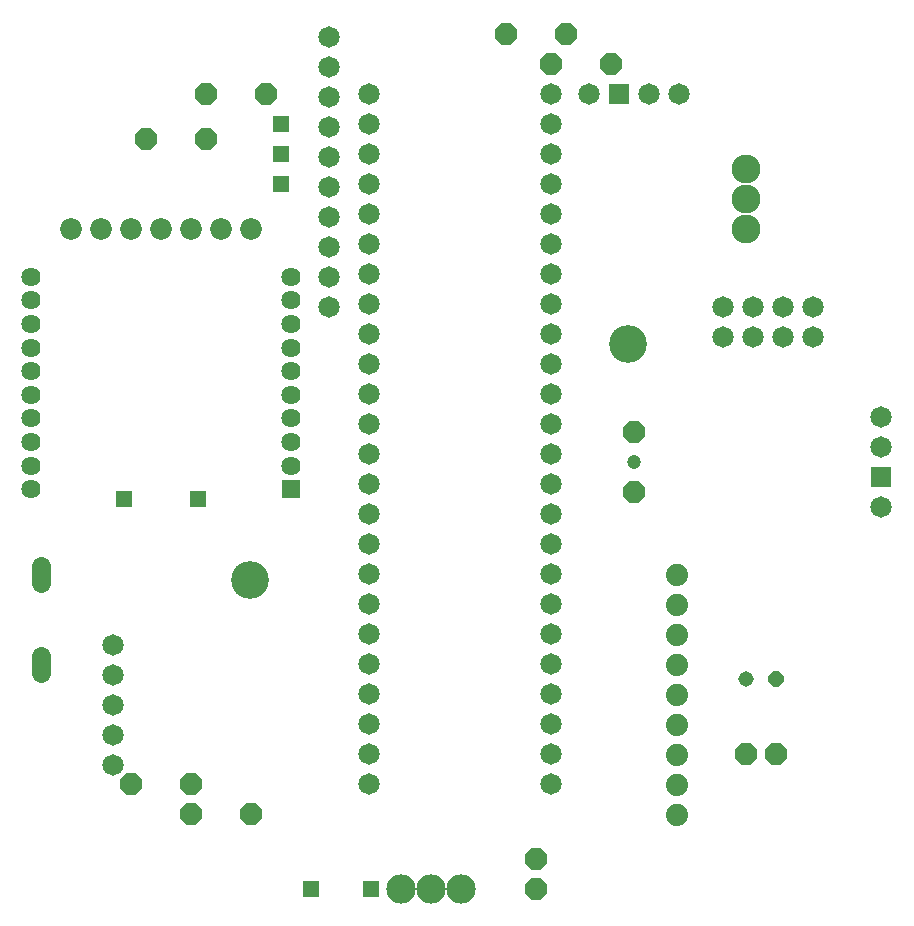
<source format=gbr>
G04 EAGLE Gerber RS-274X export*
G75*
%MOMM*%
%FSLAX34Y34*%
%LPD*%
%INSoldermask Top*%
%IPPOS*%
%AMOC8*
5,1,8,0,0,1.08239X$1,22.5*%
G01*
%ADD10C,3.203200*%
%ADD11C,1.203200*%
%ADD12P,2.034460X8X292.500000*%
%ADD13C,1.812800*%
%ADD14R,1.812800X1.812800*%
%ADD15C,1.832800*%
%ADD16C,1.879600*%
%ADD17C,1.625600*%
%ADD18R,1.625600X1.625600*%
%ADD19C,1.625600*%
%ADD20P,2.034460X8X22.500000*%
%ADD21C,2.483200*%
%ADD22R,1.412800X1.412800*%
%ADD23C,2.453200*%
%ADD24P,1.420962X8X22.500000*%
%ADD25C,1.312800*%


D10*
X560000Y500000D03*
X240000Y300000D03*
D11*
X565100Y400000D03*
D12*
X482600Y63500D03*
X482600Y38100D03*
D13*
X495300Y127000D03*
X495300Y152400D03*
X495300Y177800D03*
X495300Y203200D03*
X495300Y228600D03*
X495300Y254000D03*
X495300Y279400D03*
X495300Y304800D03*
X495300Y330200D03*
X495300Y355600D03*
X495300Y381000D03*
X495300Y406400D03*
X495300Y431800D03*
X495300Y457200D03*
X495300Y482600D03*
X495300Y508000D03*
X495300Y533400D03*
X495300Y558800D03*
X495300Y584200D03*
X495300Y609600D03*
X495300Y635000D03*
X495300Y660400D03*
X495300Y685800D03*
X495300Y711200D03*
X340700Y127000D03*
X340700Y152400D03*
X340700Y177800D03*
X340700Y203200D03*
X340700Y228600D03*
X340700Y254000D03*
X340700Y279400D03*
X340700Y304800D03*
X340700Y330200D03*
X340700Y355600D03*
X340700Y381000D03*
X340700Y406400D03*
X340700Y431800D03*
X340700Y457200D03*
X340700Y482600D03*
X340700Y508000D03*
X340700Y533400D03*
X340700Y558800D03*
X340700Y584200D03*
X340700Y609600D03*
X340700Y635000D03*
X340700Y660400D03*
X340700Y685800D03*
X340700Y711200D03*
X603300Y711200D03*
X577900Y711200D03*
D14*
X552500Y711200D03*
D13*
X527100Y711200D03*
X774700Y438200D03*
X774700Y412800D03*
D14*
X774700Y387400D03*
D13*
X774700Y362000D03*
D15*
X88900Y596900D03*
X139700Y596900D03*
X165100Y596900D03*
X190500Y596900D03*
X215900Y596900D03*
X241300Y596900D03*
X114300Y596900D03*
D16*
X601980Y304300D03*
X601980Y278900D03*
X601980Y253500D03*
X601980Y228100D03*
X601980Y202700D03*
X601980Y177300D03*
X601980Y151900D03*
X601980Y126500D03*
X601980Y101100D03*
D17*
X275100Y556800D03*
X275100Y536800D03*
X275100Y516800D03*
X275100Y496800D03*
X275100Y476800D03*
X275100Y456800D03*
X275100Y436800D03*
X275100Y416800D03*
X275100Y396800D03*
D18*
X275100Y376800D03*
D17*
X55100Y556800D03*
X55100Y536800D03*
X55100Y516800D03*
X55100Y496800D03*
X55100Y476800D03*
X55100Y456800D03*
X55100Y436800D03*
X55100Y416800D03*
X55100Y396800D03*
X55100Y376800D03*
D19*
X63500Y235712D02*
X63500Y221488D01*
X63500Y297688D02*
X63500Y311912D01*
D20*
X139700Y127000D03*
X190500Y127000D03*
X190500Y101600D03*
X241300Y101600D03*
X152400Y673100D03*
X203200Y673100D03*
X203200Y711200D03*
X254000Y711200D03*
D12*
X565100Y425400D03*
X565100Y374600D03*
D13*
X717300Y531100D03*
X691900Y531100D03*
X666500Y531100D03*
X641100Y531100D03*
X717300Y505700D03*
X691900Y505700D03*
X666500Y505700D03*
X641100Y505700D03*
X307100Y759700D03*
X307100Y734300D03*
X307100Y708900D03*
X307100Y683500D03*
X307100Y658100D03*
X307100Y632700D03*
X307100Y607300D03*
X307100Y581900D03*
X307100Y556500D03*
X307100Y531100D03*
X124220Y143270D03*
X124220Y168670D03*
X124220Y194070D03*
X124220Y219470D03*
X124220Y244870D03*
D21*
X368300Y38100D03*
X393700Y38100D03*
X419100Y38100D03*
D22*
X342900Y38100D03*
X292100Y38100D03*
D23*
X660400Y647700D03*
X660400Y622300D03*
X660400Y596900D03*
D24*
X685800Y215900D03*
D25*
X660400Y215900D03*
D20*
X660400Y152400D03*
X685800Y152400D03*
X495300Y736600D03*
X546100Y736600D03*
X457200Y762000D03*
X508000Y762000D03*
D22*
X266700Y660400D03*
X266700Y685800D03*
X266700Y635000D03*
X196350Y368300D03*
X133850Y368300D03*
M02*

</source>
